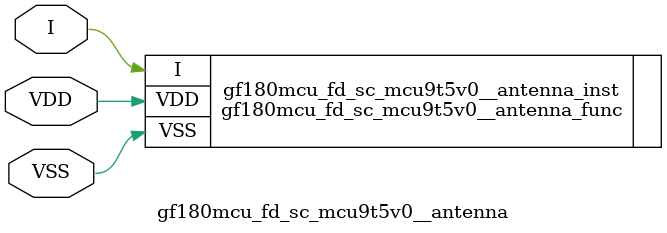
<source format=v>

module gf180mcu_fd_sc_mcu9t5v0__antenna( I, VDD, VSS );
input I;
inout VDD, VSS;

   `ifdef FUNCTIONAL  //  functional //

	gf180mcu_fd_sc_mcu9t5v0__antenna_func gf180mcu_fd_sc_mcu9t5v0__antenna_behav_inst(.I(I),.VDD(VDD),.VSS(VSS));

   `else

	gf180mcu_fd_sc_mcu9t5v0__antenna_func gf180mcu_fd_sc_mcu9t5v0__antenna_inst(.I(I),.VDD(VDD),.VSS(VSS));

	// spec_gates_begin


	// spec_gates_end



   specify

	// specify_block_begin

	// specify_block_end

   endspecify

   `endif

endmodule

</source>
